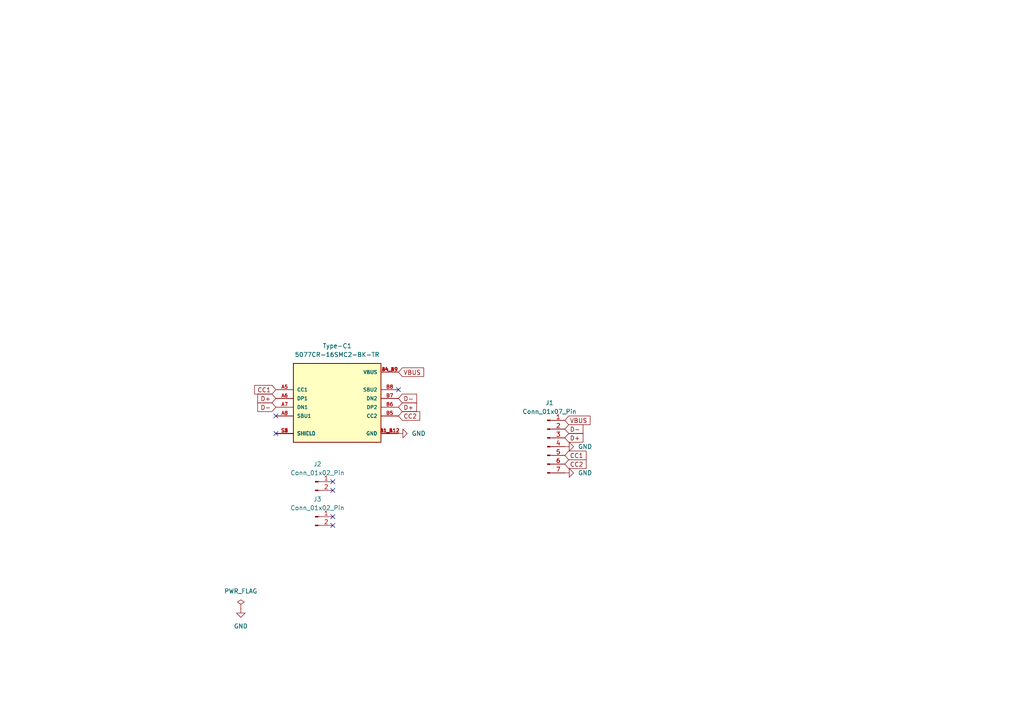
<source format=kicad_sch>
(kicad_sch (version 20250114) (generator "eeschema") (generator_version "9.0")
  (paper "A4")
  (lib_symbols
    (symbol "Connector:Conn_01x02_Pin" (pin_names (offset 1.016) (hide yes))
      (property "Reference" "J" (at 0 2.54 0))
      (property "Value" "Conn_01x02_Pin" (at 0 -5.08 0))
      (symbol "Conn_01x02_Pin_1_1"
        (rectangle (start 0.8636 0.127) (end 0 -0.127) (stroke (width 0.1524)) (fill (type outline)))
        (rectangle (start 0.8636 -2.413) (end 0 -2.667) (stroke (width 0.1524)) (fill (type outline)))
        (polyline (pts (xy 1.27 0) (xy 0.8636 0)) (stroke (width 0.1524)))
        (polyline (pts (xy 1.27 -2.54) (xy 0.8636 -2.54)) (stroke (width 0.1524)))
        (pin passive line (at 5.08 0 180) (length 3.81) (name "Pin_1") (number "1"))
        (pin passive line (at 5.08 -2.54 180) (length 3.81) (name "Pin_2") (number "2"))
      )
    )
    (symbol "Connector:Conn_01x07_Pin" (pin_names (offset 1.016) (hide yes))
      (property "Reference" "J" (at 0 10.16 0))
      (property "Value" "Conn_01x07_Pin" (at 0 -10.16 0))
      (symbol "Conn_01x07_Pin_1_1"
        (rectangle (start 0.8636 7.747) (end 0 7.493) (stroke (width 0.1524)) (fill (type outline)))
        (rectangle (start 0.8636 5.207) (end 0 4.953) (stroke (width 0.1524)) (fill (type outline)))
        (rectangle (start 0.8636 2.667) (end 0 2.413) (stroke (width 0.1524)) (fill (type outline)))
        (rectangle (start 0.8636 0.127) (end 0 -0.127) (stroke (width 0.1524)) (fill (type outline)))
        (rectangle (start 0.8636 -2.413) (end 0 -2.667) (stroke (width 0.1524)) (fill (type outline)))
        (rectangle (start 0.8636 -4.953) (end 0 -5.207) (stroke (width 0.1524)) (fill (type outline)))
        (rectangle (start 0.8636 -7.493) (end 0 -7.747) (stroke (width 0.1524)) (fill (type outline)))
        (polyline (pts (xy 1.27 7.62) (xy 0.8636 7.62)) (stroke (width 0.1524)))
        (polyline (pts (xy 1.27 5.08) (xy 0.8636 5.08)) (stroke (width 0.1524)))
        (polyline (pts (xy 1.27 2.54) (xy 0.8636 2.54)) (stroke (width 0.1524)))
        (polyline (pts (xy 1.27 0) (xy 0.8636 0)) (stroke (width 0.1524)))
        (polyline (pts (xy 1.27 -2.54) (xy 0.8636 -2.54)) (stroke (width 0.1524)))
        (polyline (pts (xy 1.27 -5.08) (xy 0.8636 -5.08)) (stroke (width 0.1524)))
        (polyline (pts (xy 1.27 -7.62) (xy 0.8636 -7.62)) (stroke (width 0.1524)))
        (pin passive line (at 5.08 7.62 180) (length 3.81) (name "Pin_1") (number "1"))
        (pin passive line (at 5.08 5.08 180) (length 3.81) (name "Pin_2") (number "2"))
        (pin passive line (at 5.08 2.54 180) (length 3.81) (name "Pin_3") (number "3"))
        (pin passive line (at 5.08 0 180) (length 3.81) (name "Pin_4") (number "4"))
        (pin passive line (at 5.08 -2.54 180) (length 3.81) (name "Pin_5") (number "5"))
        (pin passive line (at 5.08 -5.08 180) (length 3.81) (name "Pin_6") (number "6"))
        (pin passive line (at 5.08 -7.62 180) (length 3.81) (name "Pin_7") (number "7"))
      )
    )
    (symbol "Type-C:5077CR-16SMC2-BK-TR" (pin_names (offset 1.016))
      (property "Reference" "J" (at -12.7 10.922 0))
      (property "Value" "5077CR-16SMC2-BK-TR" (at -12.7 -15.24 0))
      (symbol "5077CR-16SMC2-BK-TR_0_0"
        (rectangle (start -12.7 -12.7) (end 12.7 10.16) (stroke (width 0.254)) (fill (type background)))
        (pin passive line (at -17.78 2.54 0) (length 5.08) (name "CC1") (number "A5"))
        (pin passive line (at -17.78 0 0) (length 5.08) (name "DP1") (number "A6"))
        (pin passive line (at -17.78 -2.54 0) (length 5.08) (name "DN1") (number "A7"))
        (pin passive line (at -17.78 -5.08 0) (length 5.08) (name "SBU1") (number "A8"))
        (pin passive line (at -17.78 -10.16 0) (length 5.08) (name "SHIELD") (number "S1"))
        (pin passive line (at -17.78 -10.16 0) (length 5.08) (name "SHIELD") (number "S2"))
        (pin passive line (at -17.78 -10.16 0) (length 5.08) (name "SHIELD") (number "S3"))
        (pin passive line (at -17.78 -10.16 0) (length 5.08) (name "SHIELD") (number "S4"))
        (pin power_in line (at 17.78 7.62 180) (length 5.08) (name "VBUS") (number "A4_B9"))
        (pin power_in line (at 17.78 7.62 180) (length 5.08) (name "VBUS") (number "B4_A9"))
        (pin passive line (at 17.78 2.54 180) (length 5.08) (name "SBU2") (number "B8"))
        (pin passive line (at 17.78 0 180) (length 5.08) (name "DN2") (number "B7"))
        (pin passive line (at 17.78 -2.54 180) (length 5.08) (name "DP2") (number "B6"))
        (pin passive line (at 17.78 -5.08 180) (length 5.08) (name "CC2") (number "B5"))
        (pin power_in line (at 17.78 -10.16 180) (length 5.08) (name "GND") (number "A1_B12"))
        (pin power_in line (at 17.78 -10.16 180) (length 5.08) (name "GND") (number "B1_A12"))
      )
    )
    (symbol "power:GND" (power) (pin_numbers (hide yes)) (pin_names (offset 0) (hide yes))
      (property "Value" "GND" (at 0 -3.81 0))
      (symbol "GND_0_1"
        (polyline (pts (xy 0 0) (xy 0 -1.27) (xy 1.27 -1.27) (xy 0 -2.54) (xy -1.27 -1.27) (xy 0 -1.27)))
      )
      (symbol "GND_1_1"
        (pin power_in line (at 0 0 270) (length 0) (name "~") (number "1"))
      )
    )
    (symbol "power:PWR_FLAG" (power) (pin_numbers (hide yes)) (pin_names (offset 0) (hide yes))
      (property "Value" "PWR_FLAG" (at 0 3.81 0))
      (symbol "PWR_FLAG_0_0"
        (pin power_out line (at 0 0 90) (length 0) (name "~") (number "1"))
      )
      (symbol "PWR_FLAG_0_1"
        (polyline (pts (xy 0 0) (xy 0 1.27) (xy -1.016 1.905) (xy 0 2.54) (xy 1.016 1.905) (xy 0 1.27)))
      )
    )
  )
  (no_connect (at 96.52 149.86))
  (no_connect (at 96.52 152.4))
  (no_connect (at 115.57 113.03))
  (no_connect (at 80.01 120.65))
  (no_connect (at 96.52 139.7))
  (no_connect (at 96.52 142.24))
  (no_connect (at 80.01 125.73))
  (global_label "D-" (shape input) (at 80.01 118.11 180) (property "Intersheetrefs" "${INTERSHEET_REFS}" (effects (hide yes))))
  (global_label "D-" (shape input) (at 115.57 115.57 0) (property "Intersheetrefs" "${INTERSHEET_REFS}" (effects (hide yes))))
  (global_label "CC1" (shape input) (at 163.83 132.08 0) (property "Intersheetrefs" "${INTERSHEET_REFS}" (effects (hide yes))))
  (global_label "D+" (shape input) (at 115.57 118.11 0) (property "Intersheetrefs" "${INTERSHEET_REFS}" (effects (hide yes))))
  (global_label "CC2" (shape input) (at 115.57 120.65 0) (property "Intersheetrefs" "${INTERSHEET_REFS}" (effects (hide yes))))
  (global_label "D+" (shape input) (at 163.83 127 0) (property "Intersheetrefs" "${INTERSHEET_REFS}" (effects (hide yes))))
  (global_label "D+" (shape input) (at 80.01 115.57 180) (property "Intersheetrefs" "${INTERSHEET_REFS}" (effects (hide yes))))
  (global_label "CC2" (shape input) (at 163.83 134.62 0) (property "Intersheetrefs" "${INTERSHEET_REFS}" (effects (hide yes))))
  (global_label "VBUS" (shape input) (at 115.57 107.95 0) (property "Intersheetrefs" "${INTERSHEET_REFS}" (effects (hide yes))))
  (global_label "CC1" (shape input) (at 80.01 113.03 180) (property "Intersheetrefs" "${INTERSHEET_REFS}" (effects (hide yes))))
  (global_label "D-" (shape input) (at 163.83 124.46 0) (property "Intersheetrefs" "${INTERSHEET_REFS}" (effects (hide yes))))
  (global_label "VBUS" (shape input) (at 163.83 121.92 0) (property "Intersheetrefs" "${INTERSHEET_REFS}" (effects (hide yes))))
  (symbol (lib_id "power:GND") (at 163.83 137.16 90) (unit 1)
    (property "Reference" "#PWR05" (effects (hide yes)))
    (property "Value" "GND" (at 167.64 137.1599 90) (effects (justify right)))
    (property "Description" "Power symbol creates a global label with name \"GND\" , ground" (effects (hide yes)))
  )
  (symbol (lib_id "power:GND") (at 69.85 176.53 0) (unit 1)
    (property "Reference" "#PWR01" (effects (hide yes)))
    (property "Value" "GND" (at 69.85 181.61 0))
    (property "Description" "Power symbol creates a global label with name \"GND\" , ground" (effects (hide yes)))
  )
  (symbol (lib_id "power:GND") (at 163.83 129.54 90) (unit 1)
    (property "Reference" "#PWR04" (effects (hide yes)))
    (property "Value" "GND" (at 167.64 129.5399 90) (effects (justify right)))
    (property "Description" "Power symbol creates a global label with name \"GND\" , ground" (effects (hide yes)))
  )
  (symbol (lib_id "power:PWR_FLAG") (at 69.85 176.53 0) (unit 1)
    (property "Reference" "#FLG01" (effects (hide yes)))
    (property "Value" "PWR_FLAG" (at 69.85 171.45 0))
    (property "Description" "Special symbol for telling ERC where power comes from" (effects (hide yes)))
  )
  (symbol (lib_id "Connector:Conn_01x02_Pin") (at 91.44 149.86 0) (unit 1)
    (property "Reference" "J3" (at 92.075 144.78 0))
    (property "Value" "Conn_01x02_Pin" (at 92.075 147.32 0))
    (property "Footprint" "Connector_PinHeader_2.54mm:PinHeader_1x02_P2.54mm_Vertical" (effects (hide yes)))
    (property "Description" "Generic connector, single row, 01x02, script generated" (effects (hide yes)))
  )
  (symbol (lib_id "Connector:Conn_01x07_Pin") (at 158.75 129.54 0) (unit 1)
    (property "Reference" "J1" (at 159.385 116.84 0))
    (property "Value" "Conn_01x07_Pin" (at 159.385 119.38 0))
    (property "Footprint" "Connector_PinHeader_2.54mm:PinHeader_1x07_P2.54mm_Vertical" (effects (hide yes)))
    (property "Description" "Generic connector, single row, 01x07, script generated" (effects (hide yes)))
  )
  (symbol (lib_id "power:GND") (at 115.57 125.73 90) (unit 1)
    (property "Reference" "#PWR03" (effects (hide yes)))
    (property "Value" "GND" (at 119.38 125.7299 90) (effects (justify right)))
    (property "Description" "Power symbol creates a global label with name \"GND\" , ground" (effects (hide yes)))
  )
  (symbol (lib_id "Type-C:5077CR-16SMC2-BK-TR") (at 97.79 115.57 0) (unit 1)
    (property "Reference" "Type-C1" (at 97.79 100.33 0))
    (property "Value" "5077CR-16SMC2-BK-TR" (at 97.79 102.87 0))
    (property "Footprint" "Type-C:NELTRON_5077CR-16SMC2-BK-TR" (effects (hide yes)))
    (property "MF" "Neltron" (effects (hide yes)))
    (property "MAXIMUM_PACKAGE_HEIGHT" "3.26mm" (effects (hide yes)))
    (property "Package" "Package" (effects (hide yes)))
    (property "Price" "None" (effects (hide yes)))
    (property "Check_prices" "https://www.snapeda.com/parts/5077CR-16SMC2-BK-TR/Neltron/view-part/?ref=eda" (effects (hide yes)))
    (property "STANDARD" "Manufacturer Recommendations" (effects (hide yes)))
    (property "PARTREV" "B" (effects (hide yes)))
    (property "SnapEDA_Link" "https://www.snapeda.com/parts/5077CR-16SMC2-BK-TR/Neltron/view-part/?ref=snap" (effects (hide yes)))
    (property "MP" "5077CR-16SMC2-BK-TR" (effects (hide yes)))
    (property "Description_1" "\n                        \n                            USB 3.1 C Type Female with Peg\n                        \n" (effects (hide yes)))
    (property "MANUFACTURER" "Neltron" (effects (hide yes)))
    (property "Availability" "Not in stock" (effects (hide yes)))
    (property "SNAPEDA_PN" "5077CR-16SMC2-BK-TR" (effects (hide yes)))
  )
  (symbol (lib_id "Connector:Conn_01x02_Pin") (at 91.44 139.7 0) (unit 1)
    (property "Reference" "J2" (at 92.075 134.62 0))
    (property "Value" "Conn_01x02_Pin" (at 92.075 137.16 0))
    (property "Footprint" "Connector_PinHeader_2.54mm:PinHeader_1x02_P2.54mm_Vertical" (effects (hide yes)))
    (property "Description" "Generic connector, single row, 01x02, script generated" (effects (hide yes)))
  )
)
</source>
